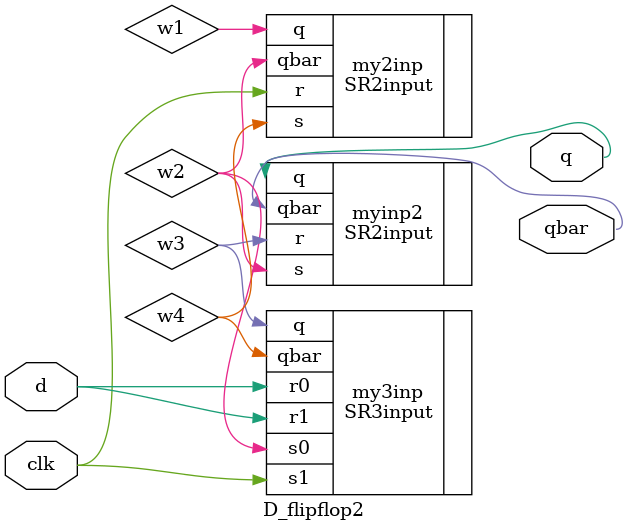
<source format=v>
`timescale 1ns/1ns

module D_flipflop(input clk , d , output q , qbar);
   wire w1 , w2 , w3 , w4;
   SR2input my2inp(.s(w4) , .r(clk) , .q(w1) , .qbar(w2));
   SR23input my23inp(.s0(w2) , .s1(clk) , .r0(d) , .q(w3) , .qbar(w4));
   SR2input myinp2(.s(w2) , .r(w3) , .q(q) , .qbar(qbar));
endmodule

module D_flipflop2(input clk , d , output q , qbar);
   wire w1 , w2 , w3 , w4;
   SR2input my2inp(.s(w4) , .r(clk) , .q(w1) , .qbar(w2));
   SR3input my3inp(.s0(w2) , .s1(clk) , .r0(d) , .r1(d) , .q(w3) , .qbar(w4));
   SR2input myinp2(.s(w2) , .r(w3) , .q(q) , .qbar(qbar));
endmodule
</source>
